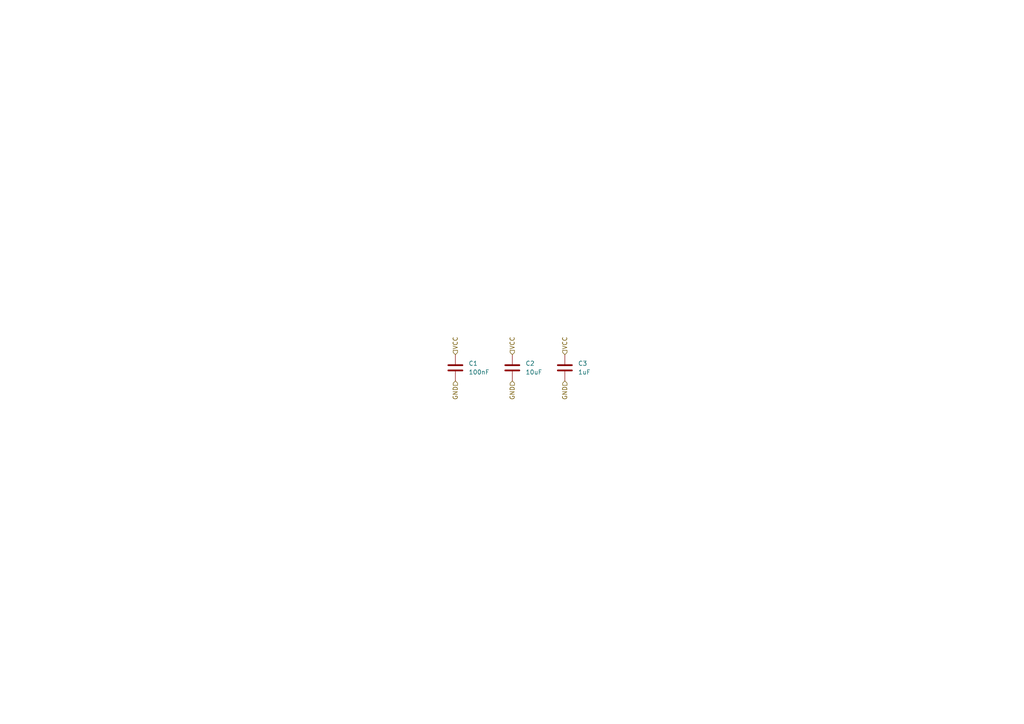
<source format=kicad_sch>
(kicad_sch (version 20250114) (generator "eeschema") (generator_version "9.0")
  (paper "A4")
  (lib_symbols
    (symbol "Device:C" (pin_numbers (hide yes)) (pin_names (offset 0.254))
      (property "Reference" "C" (at 0.635 2.54 0))
      (property "Value" "C" (at 0.635 -2.54 0))
      (symbol "C_0_1"
        (polyline (pts (xy -2.032 0.762) (xy 2.032 0.762)) (stroke (width 0.508)))
        (polyline (pts (xy -2.032 -0.762) (xy 2.032 -0.762)) (stroke (width 0.508)))
      )
      (symbol "C_1_1"
        (pin passive line (at 0 3.81 270) (length 2.794) (name "~") (number "1"))
        (pin passive line (at 0 -3.81 90) (length 2.794) (name "~") (number "2"))
      )
    )
  )
  (hierarchical_label "GND" (shape input) (at 148.59 110.49 270))
  (hierarchical_label "VCC" (shape input) (at 163.83 102.87 90))
  (hierarchical_label "VCC" (shape input) (at 148.59 102.87 90))
  (hierarchical_label "VCC" (shape input) (at 132.08 102.87 90))
  (hierarchical_label "GND" (shape input) (at 132.08 110.49 270))
  (hierarchical_label "GND" (shape input) (at 163.83 110.49 270))
  (symbol (lib_id "Device:C") (at 163.83 106.68 0) (unit 1)
    (property "Reference" "C3" (at 167.64 105.4099 0) (effects (justify left)))
    (property "Value" "1uF" (at 167.64 107.9499 0) (effects (justify left)))
    (property "Footprint" "Capacitor_SMD:C_0603_1608Metric" (effects (hide yes)))
    (property "Description" "Unpolarized capacitor" (effects (hide yes)))
  )
  (symbol (lib_id "Device:C") (at 132.08 106.68 0) (unit 1)
    (property "Reference" "C1" (at 135.89 105.4099 0) (effects (justify left)))
    (property "Value" "100nF" (at 135.89 107.9499 0) (effects (justify left)))
    (property "Footprint" "Capacitor_SMD:C_0603_1608Metric" (effects (hide yes)))
    (property "Description" "Unpolarized capacitor" (effects (hide yes)))
  )
  (symbol (lib_id "Device:C") (at 148.59 106.68 0) (unit 1)
    (property "Reference" "C2" (at 152.4 105.4099 0) (effects (justify left)))
    (property "Value" "10uF" (at 152.4 107.9499 0) (effects (justify left)))
    (property "Footprint" "Capacitor_SMD:C_0805_2012Metric" (effects (hide yes)))
    (property "Description" "Unpolarized capacitor" (effects (hide yes)))
  )
)
</source>
